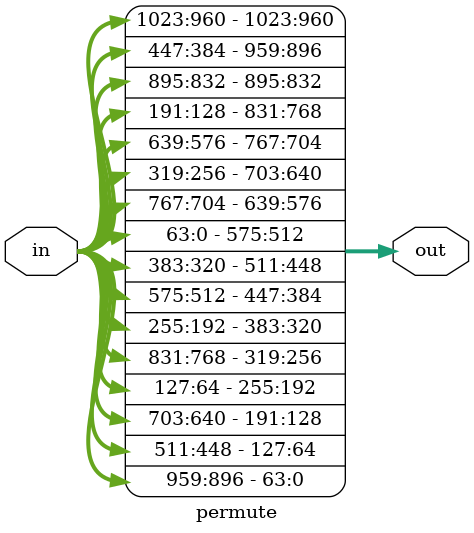
<source format=v>
`timescale 1ns / 1ps


module permute(in, out);
    input [1023:0] in;
    output [1023:0] out;
    assign out = { in[1023:960] , in[447:384] , in[895:832] , in[191:128] , 
                   in[639:576] , in[319:256] , in[767:704] , in[63:0] ,
                   in[383:320] , in[575:512] , in[255:192] , in[831:768] ,
                   in[127:64] , in[703:640] , in[511:448] , in[959:896] };
endmodule
</source>
